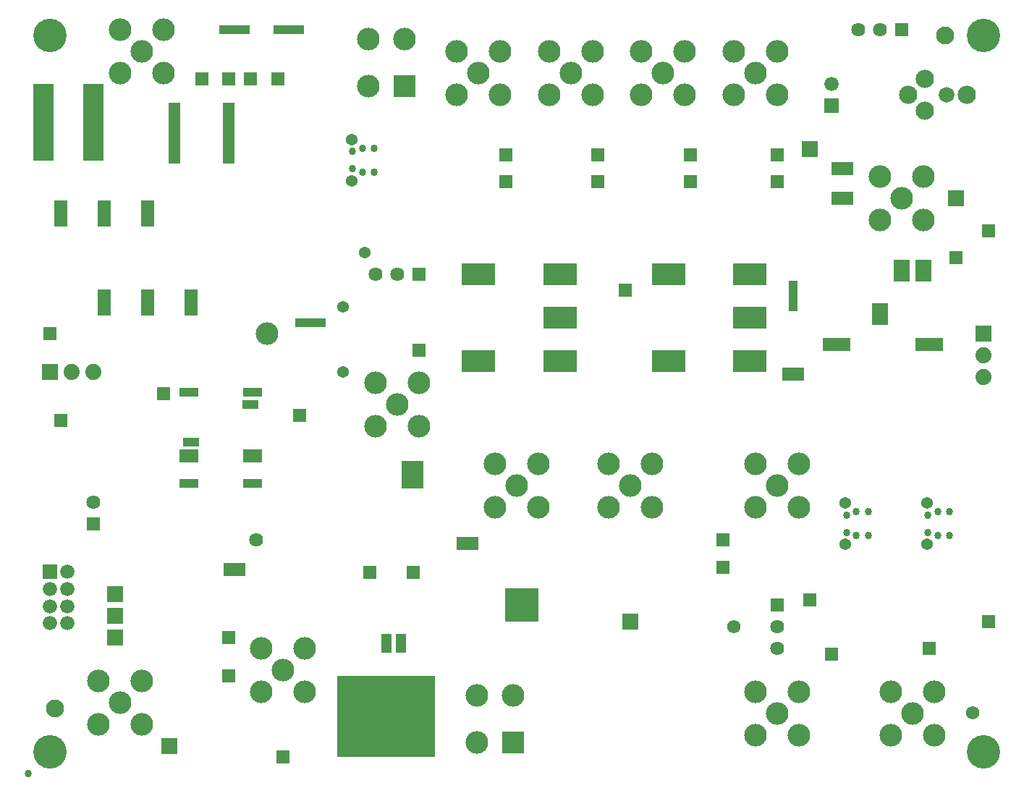
<source format=gbs>
*%FSLAX24Y24*%
*%MOIN*%
G01*
%ADD11C,0.0000*%
%ADD12C,0.0050*%
%ADD13C,0.0060*%
%ADD14C,0.0070*%
%ADD15C,0.0073*%
%ADD16C,0.0079*%
%ADD17C,0.0080*%
%ADD18C,0.0098*%
%ADD19C,0.0100*%
%ADD20C,0.0120*%
%ADD21C,0.0160*%
%ADD22C,0.0160*%
%ADD23C,0.0197*%
%ADD24C,0.0200*%
%ADD25C,0.0200*%
%ADD26C,0.0240*%
%ADD27C,0.0250*%
%ADD28C,0.0280*%
%ADD29C,0.0300*%
%ADD30C,0.0300*%
%ADD31C,0.0320*%
%ADD32C,0.0340*%
%ADD33C,0.0360*%
%ADD34C,0.0380*%
%ADD35C,0.0394*%
%ADD36C,0.0397*%
%ADD37C,0.0400*%
%ADD38C,0.0400*%
%ADD39C,0.0434*%
%ADD40C,0.0480*%
%ADD41C,0.0500*%
%ADD42C,0.0500*%
%ADD43C,0.0520*%
%ADD44C,0.0540*%
%ADD45C,0.0560*%
%ADD46C,0.0580*%
%ADD47C,0.0600*%
%ADD48C,0.0600*%
%ADD49C,0.0620*%
%ADD50C,0.0640*%
%ADD51C,0.0650*%
%ADD52C,0.0660*%
%ADD53C,0.0670*%
%ADD54C,0.0680*%
%ADD55C,0.0700*%
%ADD56C,0.0720*%
%ADD57C,0.0740*%
%ADD58C,0.0750*%
%ADD59C,0.0760*%
%ADD60C,0.0800*%
%ADD61C,0.0827*%
%ADD62C,0.0840*%
%ADD63C,0.0850*%
%ADD64C,0.0870*%
%ADD65C,0.0900*%
%ADD66C,0.1000*%
%ADD67C,0.1040*%
%ADD68C,0.1417*%
%ADD69C,0.1417*%
%ADD70C,0.1500*%
%ADD71C,0.1540*%
%ADD72C,0.2417*%
%ADD73C,0.2417*%
%ADD74R,0.0200X0.0200*%
%ADD75R,0.0200X0.0400*%
%ADD76R,0.0250X0.0300*%
%ADD77R,0.0300X0.0300*%
%ADD78R,0.0350X0.0550*%
%ADD79R,0.0350X0.0800*%
%ADD80R,0.0360X0.1300*%
%ADD81R,0.0400X0.0400*%
%ADD82R,0.0400X0.0500*%
%ADD83R,0.0400X0.1350*%
%ADD84R,0.0400X0.2700*%
%ADD85R,0.0420X0.0850*%
%ADD86R,0.0440X0.0540*%
%ADD87R,0.0440X0.1390*%
%ADD88R,0.0460X0.0890*%
%ADD89R,0.0500X0.0200*%
%ADD90R,0.0500X0.0400*%
%ADD91R,0.0500X0.0500*%
%ADD92R,0.0500X0.0500*%
%ADD93R,0.0500X0.0850*%
%ADD94R,0.0500X0.2800*%
%ADD95R,0.0540X0.0440*%
%ADD96R,0.0540X0.0890*%
%ADD97R,0.0540X0.1140*%
%ADD98R,0.0540X0.2840*%
%ADD99R,0.0550X0.0350*%
%ADD100R,0.0551X0.0394*%
%ADD101R,0.0551X0.1417*%
%ADD102R,0.0560X0.0320*%
%ADD103R,0.0591X0.0434*%
%ADD104R,0.0600X0.0280*%
%ADD105R,0.0600X0.0300*%
%ADD106R,0.0600X0.0360*%
%ADD107R,0.0600X0.0600*%
%ADD108R,0.0600X0.0600*%
%ADD109R,0.0600X0.0700*%
%ADD110R,0.0600X0.0900*%
%ADD111R,0.0600X0.1200*%
%ADD112R,0.0620X0.0620*%
%ADD113R,0.0640X0.0320*%
%ADD114R,0.0640X0.0340*%
%ADD115R,0.0640X0.0400*%
%ADD116R,0.0640X0.0640*%
%ADD117R,0.0640X0.0740*%
%ADD118R,0.0640X0.1240*%
%ADD119R,0.0650X0.0200*%
%ADD120R,0.0650X0.0300*%
%ADD121R,0.0650X0.0550*%
%ADD122R,0.0660X0.0660*%
%ADD123R,0.0700X0.0300*%
%ADD124R,0.0700X0.0340*%
%ADD125R,0.0700X0.0350*%
%ADD126R,0.0700X0.0600*%
%ADD127R,0.0700X0.0700*%
%ADD128R,0.0700X0.0700*%
%ADD129R,0.0700X0.1000*%
%ADD130R,0.0709X0.0394*%
%ADD131R,0.0740X0.0640*%
%ADD132R,0.0740X0.0740*%
%ADD133R,0.0740X0.1040*%
%ADD134R,0.0749X0.0434*%
%ADD135R,0.0750X0.0300*%
%ADD136R,0.0750X0.0400*%
%ADD137R,0.0750X0.0550*%
%ADD138R,0.0750X0.0800*%
%ADD139R,0.0760X0.0760*%
%ADD140R,0.0800X0.0350*%
%ADD141R,0.0800X0.0550*%
%ADD142R,0.0800X0.3400*%
%ADD143R,0.0827X0.0394*%
%ADD144R,0.0827X0.0591*%
%ADD145R,0.0867X0.0434*%
%ADD146R,0.0867X0.0631*%
%ADD147R,0.0900X0.0900*%
%ADD148R,0.0900X0.3500*%
%ADD149R,0.0940X0.3540*%
%ADD150R,0.0950X0.1200*%
%ADD151R,0.0960X0.0540*%
%ADD152R,0.0960X0.1220*%
%ADD153R,0.0984X0.1260*%
%ADD154R,0.1000X0.0600*%
%ADD155R,0.1000X0.0800*%
%ADD156R,0.1000X0.1000*%
%ADD157R,0.1000X0.1000*%
%ADD158R,0.1000X0.1200*%
%ADD159R,0.1000X0.1250*%
%ADD160R,0.1040X0.0640*%
%ADD161R,0.1040X0.0840*%
%ADD162R,0.1040X0.1040*%
%ADD163R,0.1040X0.1290*%
%ADD164R,0.1102X0.0394*%
%ADD165R,0.1200X0.0600*%
%ADD166R,0.1200X0.1200*%
%ADD167R,0.1250X0.0600*%
%ADD168R,0.1250X0.0800*%
%ADD169R,0.1250X0.1250*%
%ADD170R,0.1260X0.0591*%
%ADD171R,0.1290X0.0640*%
%ADD172R,0.1300X0.0631*%
%ADD173R,0.1300X0.0360*%
%ADD174R,0.1350X0.0400*%
%ADD175R,0.1390X0.0440*%
%ADD176R,0.1500X0.1000*%
%ADD177R,0.1500X0.1500*%
%ADD178R,0.1540X0.1040*%
%ADD179R,0.1540X0.1540*%
%ADD180R,0.1600X0.0200*%
%ADD181R,0.1600X0.2400*%
%ADD182R,0.1700X0.1700*%
%ADD183R,0.1900X0.1900*%
%ADD184R,0.2000X0.2000*%
%ADD185R,0.2100X0.2100*%
%ADD186R,0.2200X0.2200*%
%ADD187R,0.2300X0.2300*%
%ADD188R,0.2500X0.0500*%
%ADD189R,0.2750X0.0500*%
%ADD190R,0.3000X0.3000*%
%ADD191R,0.3300X0.2750*%
%ADD192R,0.3340X0.2790*%
%ADD193R,0.3700X0.3700*%
%ADD194R,0.4250X0.0750*%
%ADD195R,0.4290X0.0790*%
D11*
X72790Y41720D02*
D03*
Y39720D02*
D03*
Y38470D02*
D03*
X71790Y57470D02*
D03*
X72040Y47220D02*
D03*
X71790Y53220D02*
D03*
X69040Y58970D02*
D03*
X69790Y59720D02*
D03*
X69540Y63220D02*
D03*
X69040Y41720D02*
D03*
X70040Y54970D02*
D03*
X69290Y48720D02*
D03*
X70540D02*
D03*
X68790Y39220D02*
D03*
X69040Y35970D02*
D03*
X70540Y38470D02*
D03*
X66790Y58970D02*
D03*
Y56970D02*
D03*
X67040Y44720D02*
D03*
X67290Y48720D02*
D03*
Y54720D02*
D03*
Y39220D02*
D03*
X67540Y36970D02*
D03*
Y35720D02*
D03*
X65540Y59720D02*
D03*
X65790Y52970D02*
D03*
X66040Y32720D02*
D03*
X62790Y60470D02*
D03*
X64040Y57470D02*
D03*
X64540Y64470D02*
D03*
X63040Y55470D02*
D03*
X63540Y47720D02*
D03*
Y38970D02*
D03*
X64540Y35720D02*
D03*
X60790Y46970D02*
D03*
Y56220D02*
D03*
X62040Y38970D02*
D03*
X61790Y35970D02*
D03*
X60790Y32720D02*
D03*
X59790Y62970D02*
D03*
X59290Y60470D02*
D03*
X59790Y57470D02*
D03*
X59540Y45220D02*
D03*
X59790Y52220D02*
D03*
X59540Y53220D02*
D03*
Y55220D02*
D03*
Y38970D02*
D03*
X58290Y59470D02*
D03*
Y47970D02*
D03*
X58790Y37220D02*
D03*
X58040Y45220D02*
D03*
Y40220D02*
D03*
X55290Y60220D02*
D03*
X55540Y62970D02*
D03*
Y58220D02*
D03*
X55290Y55970D02*
D03*
X56790Y47970D02*
D03*
X56540Y50220D02*
D03*
X53790Y59470D02*
D03*
X54290Y55220D02*
D03*
X54790Y45970D02*
D03*
Y47970D02*
D03*
X54290Y52470D02*
D03*
X54540Y49970D02*
D03*
X53290Y43470D02*
D03*
X53040Y37970D02*
D03*
X51040Y62970D02*
D03*
Y57470D02*
D03*
Y53220D02*
D03*
X52290Y56220D02*
D03*
X51790Y46220D02*
D03*
X52040Y34720D02*
D03*
X50790Y60220D02*
D03*
X49790Y46220D02*
D03*
X50790Y55220D02*
D03*
Y51970D02*
D03*
X49790Y35220D02*
D03*
X47790Y52220D02*
D03*
Y53220D02*
D03*
X48790Y47470D02*
D03*
X47290Y36970D02*
D03*
X47540Y40220D02*
D03*
X46540Y59470D02*
D03*
X46040Y58470D02*
D03*
X46790Y55970D02*
D03*
X45540Y48970D02*
D03*
X45290Y51220D02*
D03*
X46040Y41220D02*
D03*
X47040Y38720D02*
D03*
X45290Y38970D02*
D03*
X46290Y30970D02*
D03*
Y32720D02*
D03*
X44290Y55470D02*
D03*
X43290Y50470D02*
D03*
X43540Y52970D02*
D03*
X44790Y32720D02*
D03*
X45040Y37470D02*
D03*
X43290Y30970D02*
D03*
X44790D02*
D03*
X43290Y32720D02*
D03*
X43040Y56220D02*
D03*
X42540Y41970D02*
D03*
X42290Y61470D02*
D03*
X42040Y59720D02*
D03*
Y55970D02*
D03*
X42290Y52470D02*
D03*
Y37470D02*
D03*
Y38970D02*
D03*
X39290Y62970D02*
D03*
X41040D02*
D03*
X39790Y61220D02*
D03*
Y59720D02*
D03*
Y57220D02*
D03*
X40540Y41970D02*
D03*
X41040Y53720D02*
D03*
X40040Y46470D02*
D03*
X40540Y40220D02*
D03*
Y38470D02*
D03*
X39040Y64470D02*
D03*
X38290Y60220D02*
D03*
X37290Y56720D02*
D03*
X37790Y51720D02*
D03*
X39040Y55470D02*
D03*
X38540Y48370D02*
D03*
X38040Y49720D02*
D03*
X38790Y41970D02*
D03*
X39040Y38470D02*
D03*
X38290Y31470D02*
D03*
Y32970D02*
D03*
X35790Y57220D02*
D03*
X36040Y63720D02*
D03*
X35540Y50470D02*
D03*
X36540Y54720D02*
D03*
X35790Y53220D02*
D03*
X35640Y48370D02*
D03*
X37040Y43970D02*
D03*
X36540Y41720D02*
D03*
X36290Y40470D02*
D03*
X35540Y38470D02*
D03*
Y36970D02*
D03*
X36290Y35720D02*
D03*
X34290Y58720D02*
D03*
Y60970D02*
D03*
X35040Y54970D02*
D03*
X33540Y46970D02*
D03*
X34790Y44720D02*
D03*
X35290Y42720D02*
D03*
Y40720D02*
D03*
X34040Y35720D02*
D03*
X34540Y32720D02*
D03*
X32290Y60970D02*
D03*
Y59220D02*
D03*
X31790Y54720D02*
D03*
Y53220D02*
D03*
X32290Y48720D02*
D03*
Y45470D02*
D03*
X32040Y43720D02*
D03*
X31540Y40470D02*
D03*
X31290Y64470D02*
D03*
X30290Y57970D02*
D03*
X30040Y60220D02*
D03*
X30540Y53220D02*
D03*
X30290Y41720D02*
D03*
X28790Y57970D02*
D03*
X29040Y41720D02*
D03*
X28790Y45220D02*
D03*
D32*
X69740Y41320D02*
D03*
X70190Y42270D02*
D03*
Y41170D02*
D03*
X70740Y42270D02*
D03*
Y41170D02*
D03*
X69740Y42120D02*
D03*
X65990Y41320D02*
D03*
X66440Y42270D02*
D03*
Y41170D02*
D03*
X66990Y42270D02*
D03*
Y41170D02*
D03*
X65990Y42120D02*
D03*
X43240Y58070D02*
D03*
X43690Y59020D02*
D03*
Y57920D02*
D03*
X44240Y59020D02*
D03*
Y57920D02*
D03*
X43240Y58870D02*
D03*
X28290Y30220D02*
D03*
D39*
X70540Y64220D02*
D03*
X29540Y33220D02*
D03*
D44*
X43790Y54220D02*
D03*
X42790Y48720D02*
D03*
Y51720D02*
D03*
X69690Y40770D02*
D03*
Y42670D02*
D03*
X65940Y40770D02*
D03*
Y42670D02*
D03*
X43190Y57520D02*
D03*
Y59420D02*
D03*
D49*
X71790Y33020D02*
D03*
X60790Y36970D02*
D03*
D50*
X38790Y40970D02*
D03*
X66540Y64470D02*
D03*
X67540D02*
D03*
X62790Y36970D02*
D03*
Y35970D02*
D03*
X44290Y53220D02*
D03*
X45290D02*
D03*
X31290Y42720D02*
D03*
D52*
X65290Y61970D02*
D03*
X30084Y37139D02*
D03*
Y37926D02*
D03*
Y38714D02*
D03*
Y39501D02*
D03*
X29296Y37139D02*
D03*
Y37926D02*
D03*
X29296Y38714D02*
D03*
D56*
X70595Y61470D02*
D03*
D57*
X72290Y48470D02*
D03*
Y49470D02*
D03*
X31290Y48720D02*
D03*
X30290D02*
D03*
D61*
X70540Y64220D02*
D03*
X29540Y33220D02*
D03*
D62*
X71540Y61470D02*
D03*
X69611Y60742D02*
D03*
X68823Y61470D02*
D03*
X69611Y62198D02*
D03*
D67*
X48963Y33803D02*
D03*
X50617D02*
D03*
X48963Y31637D02*
D03*
X32540Y64470D02*
D03*
X33540Y63470D02*
D03*
X34540Y64470D02*
D03*
X32540Y62470D02*
D03*
X34540D02*
D03*
X39290Y50470D02*
D03*
X53290Y62470D02*
D03*
X52290Y63470D02*
D03*
X54290Y61470D02*
D03*
X52290D02*
D03*
X54290Y63470D02*
D03*
X49040Y62470D02*
D03*
X48040Y63470D02*
D03*
X50040Y61470D02*
D03*
X48040D02*
D03*
X50040Y63470D02*
D03*
X61790Y62470D02*
D03*
X60790Y63470D02*
D03*
X62790Y61470D02*
D03*
X60790D02*
D03*
X62790Y63470D02*
D03*
X57540Y62470D02*
D03*
X56540Y63470D02*
D03*
X58540Y61470D02*
D03*
X56540D02*
D03*
X58540Y63470D02*
D03*
X68540Y56720D02*
D03*
X67540Y57720D02*
D03*
X69540Y55720D02*
D03*
X67540D02*
D03*
X69540Y57720D02*
D03*
X62790Y43470D02*
D03*
X61790Y44470D02*
D03*
X63790Y42470D02*
D03*
X61790D02*
D03*
X63790Y44470D02*
D03*
X69040Y32970D02*
D03*
X68040Y33970D02*
D03*
X70040Y31970D02*
D03*
X68040D02*
D03*
X70040Y33970D02*
D03*
X62790Y32970D02*
D03*
X61790Y33970D02*
D03*
X63790Y31970D02*
D03*
X61790D02*
D03*
X63790Y33970D02*
D03*
X56040Y43470D02*
D03*
X55040Y44470D02*
D03*
X57040Y42470D02*
D03*
X55040D02*
D03*
X57040Y44470D02*
D03*
X50790Y43470D02*
D03*
X49790Y44470D02*
D03*
X51790Y42470D02*
D03*
X49790D02*
D03*
X51790Y44470D02*
D03*
X40040Y34970D02*
D03*
X39040Y35970D02*
D03*
X41040Y33970D02*
D03*
X39040D02*
D03*
X41040Y35970D02*
D03*
X45290Y47220D02*
D03*
X44290Y48220D02*
D03*
X46290Y46220D02*
D03*
X44290D02*
D03*
X46290Y48220D02*
D03*
X43963Y61887D02*
D03*
X45617Y64053D02*
D03*
X43963D02*
D03*
X32540Y33470D02*
D03*
X31540Y34470D02*
D03*
X33540Y32470D02*
D03*
X31540D02*
D03*
X33540Y34470D02*
D03*
D71*
X29290Y64220D02*
D03*
X72290D02*
D03*
Y31220D02*
D03*
X29290D02*
D03*
D87*
X63540Y52220D02*
D03*
D88*
X45460Y36220D02*
D03*
X44790D02*
D03*
D98*
X37540Y59720D02*
D03*
X35040D02*
D03*
D116*
X55790Y52470D02*
D03*
X34540Y47720D02*
D03*
X40790Y46720D02*
D03*
X50290Y58720D02*
D03*
Y57470D02*
D03*
X54540D02*
D03*
Y58720D02*
D03*
X58790D02*
D03*
Y57470D02*
D03*
X62790D02*
D03*
Y58720D02*
D03*
X68540Y64470D02*
D03*
X72540Y55220D02*
D03*
X71040Y53970D02*
D03*
X60290Y39720D02*
D03*
Y40970D02*
D03*
X69790Y35970D02*
D03*
X72540Y37220D02*
D03*
X65290Y35720D02*
D03*
X64290Y38220D02*
D03*
X62790Y37970D02*
D03*
X44040Y39470D02*
D03*
X46040D02*
D03*
X40040Y30970D02*
D03*
X37540Y34720D02*
D03*
Y36470D02*
D03*
X46290Y49720D02*
D03*
Y53220D02*
D03*
X38540Y62220D02*
D03*
X39790D02*
D03*
X36290D02*
D03*
X37540D02*
D03*
X29290Y50470D02*
D03*
X29790Y46470D02*
D03*
X31290Y41720D02*
D03*
D118*
X35790Y51920D02*
D03*
X33790Y56020D02*
D03*
X31790D02*
D03*
X29790D02*
D03*
X31790Y51920D02*
D03*
X33790D02*
D03*
D122*
X65290Y60970D02*
D03*
X29296Y39501D02*
D03*
D132*
X72290Y50470D02*
D03*
X71040Y56720D02*
D03*
X56040Y37220D02*
D03*
X29290Y48720D02*
D03*
X32290Y38470D02*
D03*
Y37470D02*
D03*
Y36470D02*
D03*
D133*
X67540Y51370D02*
D03*
X68540Y53370D02*
D03*
X69540D02*
D03*
D134*
X38540Y47212D02*
D03*
X35784Y45480D02*
D03*
D139*
X64290Y58970D02*
D03*
X34790Y31470D02*
D03*
D145*
X35686Y47763D02*
D03*
X38638D02*
D03*
X35686Y43590D02*
D03*
X38638D02*
D03*
D146*
Y44850D02*
D03*
X35686D02*
D03*
D149*
X28990Y60220D02*
D03*
X31290D02*
D03*
D160*
X65790Y58070D02*
D03*
Y56720D02*
D03*
X63540Y48620D02*
D03*
X48540Y40820D02*
D03*
X37790Y39620D02*
D03*
D162*
X50617Y31637D02*
D03*
X45617Y61887D02*
D03*
D163*
X45990Y43970D02*
D03*
D172*
X69790Y49970D02*
D03*
X65540D02*
D03*
D175*
X41290Y50970D02*
D03*
X40290Y64470D02*
D03*
X37790D02*
D03*
D178*
X61540Y53220D02*
D03*
Y49220D02*
D03*
X57790Y53220D02*
D03*
Y49220D02*
D03*
X61540Y51220D02*
D03*
X52790Y53220D02*
D03*
Y49220D02*
D03*
X49040Y53220D02*
D03*
Y49220D02*
D03*
X52790Y51220D02*
D03*
D179*
X51040Y37970D02*
D03*
D193*
X44390Y32820D02*
X45190D01*
Y32870D01*
X44390D01*
Y32820D01*
D02*
M02*

</source>
